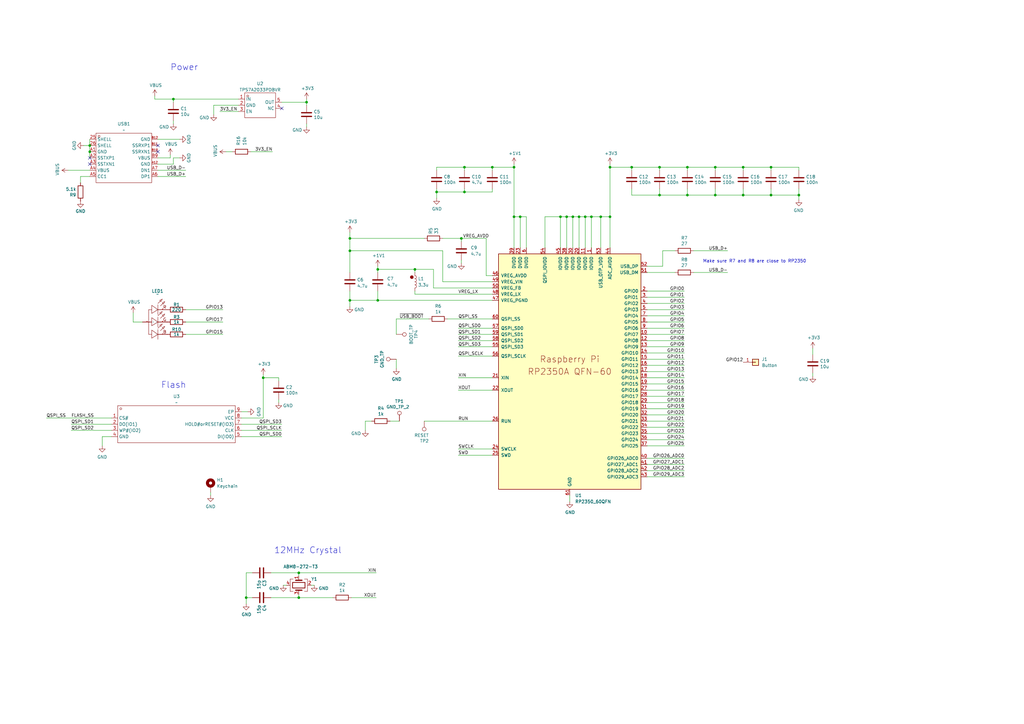
<source format=kicad_sch>
(kicad_sch (version 20250114) (generator "eeschema") (generator_version "9.0")
  (paper "A3")
  (lib_symbols
    (symbol "Components:AAA3528RBGS/08-09"
      (property "Reference" "U" (at 0 0 0))
      (symbol "AAA3528RBGS/08-09_1_0"
        (polyline (pts (xy -1.27 5.08) (xy -2.54 5.08) (xy -2.54 5.08) (xy -2.54 -5.08) (xy -2.54 -5.08) (xy -1.27 -5.08)))
        (polyline (pts (xy -1.27 3.556) (xy 1.27 5.08) (xy 1.27 5.08) (xy -1.27 6.858) (xy -1.27 6.858) (xy -1.27 3.556)))
        (polyline (pts (xy -1.27 -1.524) (xy 1.27 0) (xy 1.27 0) (xy -1.27 1.778) (xy -1.27 1.778) (xy -1.27 -1.524)))
        (polyline (pts (xy -1.27 -6.604) (xy 1.27 -5.08) (xy 1.27 -5.08) (xy -1.27 -3.302) (xy -1.27 -3.302) (xy -1.27 -6.604)))
        (polyline (pts (xy 1.27 7.62) (xy 2.286 8.636)))
        (polyline (pts (xy 1.27 7.112) (xy 1.27 3.048)))
        (polyline (pts (xy 1.27 2.54) (xy 2.286 3.556)))
        (polyline (pts (xy 1.27 2.032) (xy 1.27 -2.032)))
        (polyline (pts (xy 1.27 -2.54) (xy 2.286 -1.524)))
        (polyline (pts (xy 1.27 -3.048) (xy 1.27 -7.112)))
        (polyline (pts (xy 2.286 6.604) (xy 3.302 7.62)))
        (polyline (pts (xy 2.286 1.524) (xy 3.302 2.54)))
        (polyline (pts (xy 2.286 -3.556) (xy 3.302 -2.54)))
        (polyline (pts (xy 3.048 9.398) (xy 2.032 8.89) (xy 2.032 8.89) (xy 2.54 8.382) (xy 2.54 8.382) (xy 3.048 9.398)))
        (polyline (pts (xy 3.048 4.318) (xy 2.032 3.81) (xy 2.032 3.81) (xy 2.54 3.302) (xy 2.54 3.302) (xy 3.048 4.318)))
        (polyline (pts (xy 3.048 -0.762) (xy 2.032 -1.27) (xy 2.032 -1.27) (xy 2.54 -1.778) (xy 2.54 -1.778) (xy 3.048 -0.762)))
        (polyline (pts (xy 4.064 8.382) (xy 3.048 7.874) (xy 3.048 7.874) (xy 3.556 7.366) (xy 3.556 7.366) (xy 4.064 8.382)))
        (polyline (pts (xy 4.064 3.302) (xy 3.048 2.794) (xy 3.048 2.794) (xy 3.556 2.286) (xy 3.556 2.286) (xy 4.064 3.302)))
        (polyline (pts (xy 4.064 -1.778) (xy 3.048 -2.286) (xy 3.048 -2.286) (xy 3.556 -2.794) (xy 3.556 -2.794) (xy 4.064 -1.778)))
        (pin unspecified line (at -5.08 0 0) (length 3.81) (name "+") (number "2"))
        (pin unspecified line (at 5.08 5.08 180) (length 3.81) (name "-") (number "1"))
        (pin unspecified line (at 5.08 0 180) (length 3.81) (name "-") (number "3"))
        (pin unspecified line (at 5.08 -5.08 180) (length 3.81) (name "-") (number "4"))
      )
      (symbol "AAA3528RBGS/08-09_1_1"
        (text "R" (at 4.064 6.096 0) (effects (font (size 1.27 1.27))))
        (text "G" (at 4.064 1.016 0) (effects (font (size 1.27 1.27))))
        (text "B" (at 4.064 -4.064 0) (effects (font (size 1.27 1.27))))
      )
    )
    (symbol "Components:W25Q16JVUXIQ"
      (property "Reference" "U" (at 0 0 0))
      (symbol "W25Q16JVUXIQ_1_0"
        (rectangle (start -24.13 -6.35) (end 24.13 8.89))
        (circle (center -22.86 7.62) (radius 0.381))
        (pin unspecified line (at -26.67 3.81 0) (length 2.54) (name "CS#") (number "1"))
        (pin unspecified line (at -26.67 1.27 0) (length 2.54) (name "DO(IO1)") (number "2"))
        (pin unspecified line (at -26.67 -1.27 0) (length 2.54) (name "WP#(IO2)") (number "3"))
        (pin unspecified line (at -26.67 -3.81 0) (length 2.54) (name "GND") (number "4"))
        (pin unspecified line (at 26.67 6.35 180) (length 2.54) (name "EP") (number "9"))
        (pin unspecified line (at 26.67 3.81 180) (length 2.54) (name "VCC") (number "8"))
        (pin unspecified line (at 26.67 1.27 180) (length 2.54) (name "HOLD#orRESET#(IO3)") (number "7"))
        (pin unspecified line (at 26.67 -1.27 180) (length 2.54) (name "CLK") (number "6"))
        (pin unspecified line (at 26.67 -3.81 180) (length 2.54) (name "DI(IO0)") (number "5"))
      )
    )
    (symbol "Connector:TestPoint" (pin_numbers (hide yes)) (pin_names (offset 0.762) (hide yes))
      (property "Reference" "TP" (at 0 6.858 0))
      (property "Value" "TestPoint" (at 0 5.08 0))
      (symbol "TestPoint_0_1"
        (circle (center 0 3.302) (radius 0.762))
      )
      (symbol "TestPoint_1_1"
        (pin passive line (at 0 0 90) (length 2.54) (name "1") (number "1"))
      )
    )
    (symbol "Connector_Generic:Conn_01x01" (pin_names (offset 1.016) (hide yes))
      (property "Reference" "J" (at 0 2.54 0))
      (property "Value" "Conn_01x01" (at 0 -2.54 0))
      (symbol "Conn_01x01_1_1"
        (rectangle (start -1.27 1.27) (end 1.27 -1.27) (stroke (width 0.254)) (fill (type background)))
        (rectangle (start -1.27 0.127) (end 0 -0.127) (stroke (width 0.1524)))
        (pin passive line (at -5.08 0 0) (length 3.81) (name "Pin_1") (number "1"))
      )
    )
    (symbol "Device:C" (pin_numbers (hide yes)) (pin_names (offset 0.254))
      (property "Reference" "C" (at 0.635 2.54 0))
      (property "Value" "C" (at 0.635 -2.54 0))
      (symbol "C_0_1"
        (polyline (pts (xy -2.032 0.762) (xy 2.032 0.762)) (stroke (width 0.508)))
        (polyline (pts (xy -2.032 -0.762) (xy 2.032 -0.762)) (stroke (width 0.508)))
      )
      (symbol "C_1_1"
        (pin passive line (at 0 3.81 270) (length 2.794) (name "~") (number "1"))
        (pin passive line (at 0 -3.81 90) (length 2.794) (name "~") (number "2"))
      )
    )
    (symbol "Device:Crystal_GND24" (pin_names (offset 1.016) (hide yes))
      (property "Reference" "Y" (at 3.175 5.08 0))
      (property "Value" "Crystal_GND24" (at 3.175 3.175 0))
      (symbol "Crystal_GND24_0_1"
        (polyline (pts (xy -2.54 2.286) (xy -2.54 3.556) (xy 2.54 3.556) (xy 2.54 2.286)))
        (polyline (pts (xy -2.54 0) (xy -2.032 0)))
        (polyline (pts (xy -2.54 -2.286) (xy -2.54 -3.556) (xy 2.54 -3.556) (xy 2.54 -2.286)))
        (polyline (pts (xy -2.032 -1.27) (xy -2.032 1.27)) (stroke (width 0.508)))
        (rectangle (start -1.143 2.54) (end 1.143 -2.54) (stroke (width 0.3048)))
        (polyline (pts (xy 0 3.556) (xy 0 3.81)))
        (polyline (pts (xy 0 -3.81) (xy 0 -3.556)))
        (polyline (pts (xy 2.032 0) (xy 2.54 0)))
        (polyline (pts (xy 2.032 -1.27) (xy 2.032 1.27)) (stroke (width 0.508)))
      )
      (symbol "Crystal_GND24_1_1"
        (pin passive line (at -3.81 0 0) (length 1.27) (name "1") (number "1"))
        (pin passive line (at 0 5.08 270) (length 1.27) (name "2") (number "2"))
        (pin passive line (at 0 -5.08 90) (length 1.27) (name "4") (number "4"))
        (pin passive line (at 3.81 0 180) (length 1.27) (name "3") (number "3"))
      )
    )
    (symbol "Device:L" (pin_numbers (hide yes)) (pin_names (offset 1.016) (hide yes))
      (property "Reference" "L" (at -1.27 0 90))
      (property "Value" "L" (at 1.905 0 90))
      (symbol "L_0_1"
        (arc (start 0 2.54) (mid 0.6323 1.905) (end 0 1.27))
        (arc (start 0 1.27) (mid 0.6323 0.635) (end 0 0))
        (arc (start 0 0) (mid 0.6323 -0.635) (end 0 -1.27))
        (arc (start 0 -1.27) (mid 0.6323 -1.905) (end 0 -2.54))
      )
      (symbol "L_1_1"
        (pin passive line (at 0 3.81 270) (length 1.27) (name "1") (number "1"))
        (pin passive line (at 0 -3.81 90) (length 1.27) (name "2") (number "2"))
      )
    )
    (symbol "Device:R" (pin_numbers (hide yes)) (pin_names (offset 0))
      (property "Reference" "R" (at 2.032 0 90))
      (property "Value" "R" (at 0 0 90))
      (symbol "R_0_1"
        (rectangle (start -1.016 -2.54) (end 1.016 2.54) (stroke (width 0.254)))
      )
      (symbol "R_1_1"
        (pin passive line (at 0 3.81 270) (length 1.27) (name "~") (number "1"))
        (pin passive line (at 0 -3.81 90) (length 1.27) (name "~") (number "2"))
      )
    )
    (symbol "MCU_RaspberryPi_RP2350:RP2350_60QFN" (pin_names (offset 1.016))
      (property "Reference" "U" (at -29.21 49.53 0))
      (property "Value" "RP2350_60QFN" (at 24.13 -49.53 0))
      (symbol "RP2350_60QFN_0_0"
        (text "Raspberry Pi" (at 0 5.08 0) (effects (font (size 2.54 2.54))))
      )
      (symbol "RP2350_60QFN_0_1"
        (rectangle (start 29.21 48.26) (end -29.21 -48.26) (stroke (width 0.254)) (fill (type background)))
      )
      (symbol "RP2350_60QFN_1_0"
        (text "RP2350A QFN-60" (at 0 0 0) (effects (font (size 2.54 2.54))))
      )
      (symbol "RP2350_60QFN_1_1"
        (pin power_in line (at -31.75 39.37 0) (length 2.54) (name "VREG_AVDD") (number "46"))
        (pin power_in line (at -31.75 36.83 0) (length 2.54) (name "VREG_VIN") (number "49"))
        (pin input line (at -31.75 34.29 0) (length 2.54) (name "VREG_FB") (number "50"))
        (pin power_out line (at -31.75 31.75 0) (length 2.54) (name "VREG_LX") (number "48"))
        (pin power_in line (at -31.75 29.21 0) (length 2.54) (name "VREG_PGND") (number "47"))
        (pin bidirectional line (at -31.75 21.59 0) (length 2.54) (name "QSPI_SS") (number "60"))
        (pin bidirectional line (at -31.75 17.78 0) (length 2.54) (name "QSPI_SD0") (number "57"))
        (pin bidirectional line (at -31.75 15.24 0) (length 2.54) (name "QSPI_SD1") (number "59"))
        (pin bidirectional line (at -31.75 12.7 0) (length 2.54) (name "QSPI_SD2") (number "58"))
        (pin bidirectional line (at -31.75 10.16 0) (length 2.54) (name "QSPI_SD3") (number "55"))
        (pin output line (at -31.75 6.35 0) (length 2.54) (name "QSPI_SCLK") (number "56"))
        (pin input line (at -31.75 -2.54 0) (length 2.54) (name "XIN") (number "21"))
        (pin passive line (at -31.75 -7.62 0) (length 2.54) (name "XOUT") (number "22"))
        (pin input line (at -31.75 -20.32 0) (length 2.54) (name "RUN") (number "26"))
        (pin output line (at -31.75 -31.75 0) (length 2.54) (name "SWCLK") (number "24"))
        (pin bidirectional line (at -31.75 -34.29 0) (length 2.54) (name "SWD") (number "25"))
        (pin power_in line (at -22.86 50.8 270) (length 2.54) (name "DVDD") (number "39"))
        (pin power_in line (at -20.32 50.8 270) (length 2.54) (name "DVDD") (number "23"))
        (pin power_in line (at -17.78 50.8 270) (length 2.54) (name "DVDD") (number "6"))
        (pin power_in line (at -10.16 50.8 270) (length 2.54) (name "QSPI_IOVDD") (number "54"))
        (pin power_in line (at -3.81 50.8 270) (length 2.54) (name "IOVDD") (number "45"))
        (pin power_in line (at -1.27 50.8 270) (length 2.54) (name "IOVDD") (number "38"))
        (pin power_in line (at 0 -50.8 90) (length 2.54) (name "GND") (number "61"))
        (pin power_in line (at 1.27 50.8 270) (length 2.54) (name "IOVDD") (number "30"))
        (pin power_in line (at 3.81 50.8 270) (length 2.54) (name "IOVDD") (number "20"))
        (pin power_in line (at 6.35 50.8 270) (length 2.54) (name "IOVDD") (number "11"))
        (pin power_in line (at 8.89 50.8 270) (length 2.54) (name "IOVDD") (number "1"))
        (pin power_in line (at 12.7 50.8 270) (length 2.54) (name "USB_OTP_VDD") (number "53"))
        (pin power_in line (at 16.51 50.8 270) (length 2.54) (name "ADC_AVDD") (number "44"))
        (pin bidirectional line (at 31.75 43.18 180) (length 2.54) (name "USB_DP") (number "52"))
        (pin bidirectional line (at 31.75 40.64 180) (length 2.54) (name "USB_DM") (number "51"))
        (pin bidirectional line (at 31.75 33.02 180) (length 2.54) (name "GPIO0") (number "2"))
        (pin bidirectional line (at 31.75 30.48 180) (length 2.54) (name "GPIO1") (number "3"))
        (pin bidirectional line (at 31.75 27.94 180) (length 2.54) (name "GPIO2") (number "4"))
        (pin bidirectional line (at 31.75 25.4 180) (length 2.54) (name "GPIO3") (number "5"))
        (pin bidirectional line (at 31.75 22.86 180) (length 2.54) (name "GPIO4") (number "7"))
        (pin bidirectional line (at 31.75 20.32 180) (length 2.54) (name "GPIO5") (number "8"))
        (pin bidirectional line (at 31.75 17.78 180) (length 2.54) (name "GPIO6") (number "9"))
        (pin bidirectional line (at 31.75 15.24 180) (length 2.54) (name "GPIO7") (number "10"))
        (pin bidirectional line (at 31.75 12.7 180) (length 2.54) (name "GPIO8") (number "12"))
        (pin bidirectional line (at 31.75 10.16 180) (length 2.54) (name "GPIO9") (number "13"))
        (pin bidirectional line (at 31.75 7.62 180) (length 2.54) (name "GPIO10") (number "14"))
        (pin bidirectional line (at 31.75 5.08 180) (length 2.54) (name "GPIO11") (number "15"))
        (pin bidirectional line (at 31.75 2.54 180) (length 2.54) (name "GPIO12") (number "16"))
        (pin bidirectional line (at 31.75 0 180) (length 2.54) (name "GPIO13") (number "17"))
        (pin bidirectional line (at 31.75 -2.54 180) (length 2.54) (name "GPIO14") (number "18"))
        (pin bidirectional line (at 31.75 -5.08 180) (length 2.54) (name "GPIO15") (number "19"))
        (pin bidirectional line (at 31.75 -7.62 180) (length 2.54) (name "GPIO16") (number "27"))
        (pin bidirectional line (at 31.75 -10.16 180) (length 2.54) (name "GPIO17") (number "28"))
        (pin bidirectional line (at 31.75 -12.7 180) (length 2.54) (name "GPIO18") (number "29"))
        (pin bidirectional line (at 31.75 -15.24 180) (length 2.54) (name "GPIO19") (number "31"))
        (pin bidirectional line (at 31.75 -17.78 180) (length 2.54) (name "GPIO20") (number "32"))
        (pin bidirectional line (at 31.75 -20.32 180) (length 2.54) (name "GPIO21") (number "33"))
        (pin bidirectional line (at 31.75 -22.86 180) (length 2.54) (name "GPIO22") (number "34"))
        (pin bidirectional line (at 31.75 -25.4 180) (length 2.54) (name "GPIO23") (number "35"))
        (pin bidirectional line (at 31.75 -27.94 180) (length 2.54) (name "GPIO24") (number "36"))
        (pin bidirectional line (at 31.75 -30.48 180) (length 2.54) (name "GPIO25") (number "37"))
        (pin bidirectional line (at 31.75 -35.56 180) (length 2.54) (name "GPIO26_ADC0") (number "40"))
        (pin bidirectional line (at 31.75 -38.1 180) (length 2.54) (name "GPIO27_ADC1") (number "41"))
        (pin bidirectional line (at 31.75 -40.64 180) (length 2.54) (name "GPIO28_ADC2") (number "42"))
        (pin bidirectional line (at 31.75 -43.18 180) (length 2.54) (name "GPIO29_ADC3") (number "43"))
      )
    )
    (symbol "Mechanical:MountingHole_Pad" (pin_numbers (hide yes)) (pin_names (offset 1.016) (hide yes)) (exclude_from_sim yes) (in_bom no)
      (property "Reference" "H" (at 0 6.35 0))
      (property "Value" "MountingHole_Pad" (at 0 4.445 0))
      (symbol "MountingHole_Pad_0_1"
        (circle (center 0 1.27) (radius 1.27) (stroke (width 1.27)))
      )
      (symbol "MountingHole_Pad_1_1"
        (pin input line (at 0 -2.54 90) (length 2.54) (name "1") (number "1"))
      )
    )
    (symbol "Pico:TPS7A2033PDBVR"
      (property "Reference" "U" (at 0 0 0))
      (symbol "TPS7A2033PDBVR_1_0"
        (rectangle (start -6.35 -5.08) (end 6.35 5.08))
        (circle (center -5.08 3.81) (radius 0.381))
        (pin unspecified line (at -8.89 2.54 0) (length 2.54) (name "IN") (number "1"))
        (pin unspecified line (at -8.89 0 0) (length 2.54) (name "GND") (number "2"))
        (pin unspecified line (at -8.89 -2.54 0) (length 2.54) (name "EN") (number "3"))
        (pin unspecified line (at 8.89 1.27 180) (length 2.54) (name "OUT") (number "5"))
        (pin unspecified line (at 8.89 -1.27 180) (length 2.54) (name "NC") (number "4"))
      )
    )
    (symbol "USB-C:U261-121N-4BS2S"
      (property "Reference" "USB" (at 0 0 0))
      (symbol "U261-121N-4BS2S_1_0"
        (rectangle (start -11.43 -10.16) (end 11.43 10.16))
        (circle (center -10.16 8.89) (radius 0.381))
        (pin unspecified line (at -13.97 7.62 0) (length 2.54) (name "SHELL") (number "25"))
        (pin unspecified line (at -13.97 5.08 0) (length 2.54) (name "SHELL") (number "26"))
        (pin unspecified line (at -13.97 2.54 0) (length 2.54) (name "GND") (number "A1"))
        (pin unspecified line (at -13.97 0 0) (length 2.54) (name "SSTXP1") (number "A2"))
        (pin unspecified line (at -13.97 -2.54 0) (length 2.54) (name "SSTXN1") (number "A3"))
        (pin unspecified line (at -13.97 -5.08 0) (length 2.54) (name "VBUS") (number "A4"))
        (pin unspecified line (at -13.97 -7.62 0) (length 2.54) (name "CC1") (number "A5"))
        (pin unspecified line (at 13.97 7.62 180) (length 2.54) (name "GND") (number "B12"))
        (pin unspecified line (at 13.97 5.08 180) (length 2.54) (name "SSRXP1") (number "B11"))
        (pin unspecified line (at 13.97 2.54 180) (length 2.54) (name "SSRXN1") (number "B10"))
        (pin unspecified line (at 13.97 0 180) (length 2.54) (name "VBUS") (number "B9"))
        (pin unspecified line (at 13.97 -2.54 180) (length 2.54) (name "GND") (number "A12"))
        (pin unspecified line (at 13.97 -5.08 180) (length 2.54) (name "DN1") (number "A7"))
        (pin unspecified line (at 13.97 -7.62 180) (length 2.54) (name "DP1") (number "A6"))
      )
    )
    (symbol "power:+1V1" (power) (pin_names (offset 0))
      (property "Value" "+1V1" (at 0 3.556 0))
      (symbol "+1V1_0_1"
        (polyline (pts (xy -0.762 1.27) (xy 0 2.54)))
        (polyline (pts (xy 0 2.54) (xy 0.762 1.27)))
        (polyline (pts (xy 0 0) (xy 0 2.54)))
      )
      (symbol "+1V1_1_1"
        (pin power_in line (at 0 0 90) (length 0) (hide yes) (name "+1V1") (number "1"))
      )
    )
    (symbol "power:+3V3" (power) (pin_names (offset 0))
      (property "Value" "+3V3" (at 0 3.556 0))
      (symbol "+3V3_0_1"
        (polyline (pts (xy -0.762 1.27) (xy 0 2.54)))
        (polyline (pts (xy 0 2.54) (xy 0.762 1.27)))
        (polyline (pts (xy 0 0) (xy 0 2.54)))
      )
      (symbol "+3V3_1_1"
        (pin power_in line (at 0 0 90) (length 0) (hide yes) (name "+3V3") (number "1"))
      )
    )
    (symbol "power:GND" (power) (pin_names (offset 0))
      (property "Value" "GND" (at 0 -3.81 0))
      (symbol "GND_0_1"
        (polyline (pts (xy 0 0) (xy 0 -1.27) (xy 1.27 -1.27) (xy 0 -2.54) (xy -1.27 -1.27) (xy 0 -1.27)))
      )
      (symbol "GND_1_1"
        (pin power_in line (at 0 0 270) (length 0) (hide yes) (name "GND") (number "1"))
      )
    )
    (symbol "power:VBUS" (power) (pin_names (offset 0))
      (property "Value" "VBUS" (at 0 3.81 0))
      (symbol "VBUS_0_1"
        (polyline (pts (xy -0.762 1.27) (xy 0 2.54)))
        (polyline (pts (xy 0 2.54) (xy 0.762 1.27)))
        (polyline (pts (xy 0 0) (xy 0 2.54)))
      )
      (symbol "VBUS_1_1"
        (pin power_in line (at 0 0 90) (length 0) (hide yes) (name "VBUS") (number "1"))
      )
    )
  )
  (circle (center 168.91 113.665) (radius 0.635) (stroke (width 0) (color 132 0 0 1)) (fill (type color) (color 132 0 0 1)))
  (text "Power" (at 69.85 29.21 0) (effects (font (size 2.54 2.54)) (justify left bottom)))
  (text "Make sure R7 and R8 are close to RP2350\n" (at 288.29 107.95 0) (effects (font (size 1.27 1.27)) (justify left bottom)))
  (text "12MHz Crystal" (at 112.395 227.33 0) (effects (font (size 2.54 2.54)) (justify left bottom)))
  (text "Flash" (at 66.04 159.512 0) (effects (font (size 2.54 2.54)) (justify left bottom)))
  (junction (at 107.95 154.94))
  (junction (at 201.93 68.58))
  (junction (at 270.51 80.01))
  (junction (at 327.66 80.01))
  (junction (at 237.49 88.9))
  (junction (at 100.965 245.11))
  (junction (at 242.57 88.9))
  (junction (at 125.73 41.91))
  (junction (at 143.51 123.19))
  (junction (at 170.18 110.49))
  (junction (at 250.19 68.58))
  (junction (at 259.08 68.58))
  (junction (at 250.19 88.9))
  (junction (at 179.07 78.74))
  (junction (at 281.94 80.01))
  (junction (at 246.38 88.9))
  (junction (at 229.87 88.9))
  (junction (at 71.12 40.64))
  (junction (at 213.36 88.9))
  (junction (at 270.51 68.58))
  (junction (at 293.37 80.01))
  (junction (at 304.8 80.01))
  (junction (at 240.03 88.9))
  (junction (at 210.82 88.9))
  (junction (at 281.94 68.58))
  (junction (at 189.23 97.79))
  (junction (at 143.51 97.79))
  (junction (at 143.51 102.87))
  (junction (at 316.23 68.58))
  (junction (at 304.8 68.58))
  (junction (at 210.82 68.58))
  (junction (at 234.95 88.9))
  (junction (at 36.83 59.69))
  (junction (at 316.23 80.01))
  (junction (at 122.555 234.95))
  (junction (at 293.37 68.58))
  (junction (at 36.83 62.23))
  (junction (at 190.5 68.58))
  (junction (at 154.94 110.49))
  (junction (at 232.41 88.9))
  (junction (at 122.555 245.11))
  (junction (at 190.5 78.74))
  (junction (at 154.94 123.19))
  (no_connect (at 115.57 44.45))
  (no_connect (at 64.77 59.69))
  (no_connect (at 36.83 64.77))
  (no_connect (at 64.77 62.23))
  (no_connect (at 36.83 67.31))
  (wire (pts (xy 73.66 64.77) (xy 71.12 64.77)))
  (wire (pts (xy 240.03 88.9) (xy 242.57 88.9)))
  (wire (pts (xy 190.5 78.74) (xy 201.93 78.74)))
  (wire (pts (xy 265.43 162.56) (xy 280.67 162.56)))
  (wire (pts (xy 71.12 40.64) (xy 97.79 40.64)))
  (wire (pts (xy 100.965 234.95) (xy 100.965 245.11)))
  (wire (pts (xy 33.02 72.39) (xy 36.83 72.39)))
  (wire (pts (xy 271.78 102.87) (xy 271.78 109.22)))
  (wire (pts (xy 71.12 41.91) (xy 71.12 40.64)))
  (wire (pts (xy 187.96 139.7) (xy 201.93 139.7)))
  (wire (pts (xy 265.43 180.34) (xy 280.67 180.34)))
  (wire (pts (xy 103.505 245.11) (xy 100.965 245.11)))
  (wire (pts (xy 170.18 110.49) (xy 170.18 111.76)))
  (wire (pts (xy 76.2 137.16) (xy 91.44 137.16)))
  (wire (pts (xy 265.43 119.38) (xy 280.67 119.38)))
  (wire (pts (xy 99.06 173.99) (xy 115.57 173.99)))
  (wire (pts (xy 242.57 88.9) (xy 246.38 88.9)))
  (wire (pts (xy 233.68 203.2) (xy 233.68 205.74)))
  (wire (pts (xy 122.555 236.22) (xy 122.555 234.95)))
  (wire (pts (xy 304.8 69.85) (xy 304.8 68.58)))
  (wire (pts (xy 265.43 154.94) (xy 280.67 154.94)))
  (wire (pts (xy 63.5 40.64) (xy 71.12 40.64)))
  (wire (pts (xy 187.96 134.62) (xy 201.93 134.62)))
  (wire (pts (xy 189.23 97.79) (xy 199.39 97.79)))
  (wire (pts (xy 265.43 109.22) (xy 271.78 109.22)))
  (wire (pts (xy 190.5 69.85) (xy 190.5 68.58)))
  (wire (pts (xy 154.94 110.49) (xy 170.18 110.49)))
  (wire (pts (xy 284.48 102.87) (xy 298.45 102.87)))
  (wire (pts (xy 187.96 142.24) (xy 201.93 142.24)))
  (wire (pts (xy 181.61 97.79) (xy 189.23 97.79)))
  (wire (pts (xy 143.51 119.38) (xy 143.51 123.19)))
  (wire (pts (xy 327.66 69.85) (xy 327.66 68.58)))
  (wire (pts (xy 213.36 88.9) (xy 210.82 88.9)))
  (wire (pts (xy 246.38 101.6) (xy 246.38 88.9)))
  (wire (pts (xy 232.41 88.9) (xy 234.95 88.9)))
  (wire (pts (xy 229.87 101.6) (xy 229.87 88.9)))
  (wire (pts (xy 187.96 186.69) (xy 201.93 186.69)))
  (wire (pts (xy 92.71 62.23) (xy 95.25 62.23)))
  (wire (pts (xy 293.37 80.01) (xy 281.94 80.01)))
  (wire (pts (xy 69.85 64.77) (xy 64.77 64.77)))
  (wire (pts (xy 265.43 152.4) (xy 280.67 152.4)))
  (wire (pts (xy 99.06 168.91) (xy 101.6 168.91)))
  (wire (pts (xy 162.56 147.32) (xy 162.56 151.13)))
  (wire (pts (xy 187.96 184.15) (xy 201.93 184.15)))
  (wire (pts (xy 36.83 62.23) (xy 36.83 64.77)))
  (wire (pts (xy 327.66 80.01) (xy 327.66 81.915)))
  (wire (pts (xy 316.23 77.47) (xy 316.23 80.01)))
  (wire (pts (xy 210.82 88.9) (xy 210.82 101.6)))
  (wire (pts (xy 127.635 240.03) (xy 128.905 240.03)))
  (wire (pts (xy 265.43 182.88) (xy 280.67 182.88)))
  (wire (pts (xy 143.51 102.87) (xy 143.51 111.76)))
  (wire (pts (xy 87.63 46.99) (xy 87.63 43.18)))
  (wire (pts (xy 152.4 172.72) (xy 149.86 172.72)))
  (wire (pts (xy 114.3 156.21) (xy 114.3 154.94)))
  (wire (pts (xy 265.43 147.32) (xy 280.67 147.32)))
  (wire (pts (xy 125.73 43.18) (xy 125.73 41.91)))
  (wire (pts (xy 327.66 77.47) (xy 327.66 80.01)))
  (wire (pts (xy 265.43 195.58) (xy 280.67 195.58)))
  (wire (pts (xy 111.125 234.95) (xy 122.555 234.95)))
  (wire (pts (xy 223.52 101.6) (xy 223.52 88.9)))
  (wire (pts (xy 162.56 137.16) (xy 162.56 130.81)))
  (wire (pts (xy 179.07 78.74) (xy 179.07 81.28)))
  (wire (pts (xy 143.51 97.79) (xy 173.99 97.79)))
  (wire (pts (xy 270.51 80.01) (xy 259.08 80.01)))
  (wire (pts (xy 316.23 69.85) (xy 316.23 68.58)))
  (wire (pts (xy 293.37 69.85) (xy 293.37 68.58)))
  (wire (pts (xy 265.43 193.04) (xy 280.67 193.04)))
  (wire (pts (xy 213.36 101.6) (xy 213.36 88.9)))
  (wire (pts (xy 265.43 139.7) (xy 280.67 139.7)))
  (wire (pts (xy 45.72 173.99) (xy 29.21 173.99)))
  (wire (pts (xy 304.8 68.58) (xy 316.23 68.58)))
  (wire (pts (xy 284.48 111.76) (xy 298.45 111.76)))
  (wire (pts (xy 187.96 137.16) (xy 201.93 137.16)))
  (wire (pts (xy 250.19 88.9) (xy 250.19 101.6)))
  (wire (pts (xy 229.87 88.9) (xy 232.41 88.9)))
  (wire (pts (xy 154.94 119.38) (xy 154.94 123.19)))
  (wire (pts (xy 210.82 68.58) (xy 210.82 88.9)))
  (wire (pts (xy 36.83 57.15) (xy 36.83 59.69)))
  (wire (pts (xy 54.61 132.08) (xy 54.61 128.27)))
  (wire (pts (xy 187.96 154.94) (xy 201.93 154.94)))
  (wire (pts (xy 99.06 179.07) (xy 115.57 179.07)))
  (wire (pts (xy 143.51 123.19) (xy 154.94 123.19)))
  (wire (pts (xy 125.73 50.8) (xy 125.73 52.07)))
  (wire (pts (xy 316.23 68.58) (xy 327.66 68.58)))
  (wire (pts (xy 265.43 144.78) (xy 280.67 144.78)))
  (wire (pts (xy 201.93 160.02) (xy 187.96 160.02)))
  (wire (pts (xy 90.17 45.72) (xy 97.79 45.72)))
  (wire (pts (xy 265.43 124.46) (xy 280.67 124.46)))
  (wire (pts (xy 265.43 121.92) (xy 280.67 121.92)))
  (wire (pts (xy 33.02 74.93) (xy 33.02 72.39)))
  (wire (pts (xy 179.07 78.74) (xy 190.5 78.74)))
  (wire (pts (xy 270.51 68.58) (xy 281.94 68.58)))
  (wire (pts (xy 281.94 69.85) (xy 281.94 68.58)))
  (wire (pts (xy 154.94 123.19) (xy 201.93 123.19)))
  (wire (pts (xy 242.57 88.9) (xy 242.57 101.6)))
  (wire (pts (xy 115.57 41.91) (xy 125.73 41.91)))
  (wire (pts (xy 63.5 39.37) (xy 63.5 40.64)))
  (wire (pts (xy 210.82 67.31) (xy 210.82 68.58)))
  (wire (pts (xy 316.23 80.01) (xy 327.66 80.01)))
  (wire (pts (xy 181.61 102.87) (xy 181.61 115.57)))
  (wire (pts (xy 71.12 64.77) (xy 71.12 67.31)))
  (wire (pts (xy 265.43 190.5) (xy 280.67 190.5)))
  (wire (pts (xy 154.94 111.76) (xy 154.94 110.49)))
  (wire (pts (xy 179.07 69.85) (xy 179.07 68.58)))
  (wire (pts (xy 76.2 127) (xy 91.44 127)))
  (wire (pts (xy 71.12 67.31) (xy 64.77 67.31)))
  (wire (pts (xy 122.555 234.95) (xy 154.305 234.95)))
  (wire (pts (xy 190.5 68.58) (xy 201.93 68.58)))
  (wire (pts (xy 271.78 102.87) (xy 276.86 102.87)))
  (wire (pts (xy 293.37 77.47) (xy 293.37 80.01)))
  (wire (pts (xy 265.43 111.76) (xy 276.86 111.76)))
  (wire (pts (xy 181.61 115.57) (xy 201.93 115.57)))
  (wire (pts (xy 215.9 88.9) (xy 215.9 101.6)))
  (wire (pts (xy 201.93 130.81) (xy 183.515 130.81)))
  (wire (pts (xy 265.43 137.16) (xy 280.67 137.16)))
  (wire (pts (xy 213.36 88.9) (xy 215.9 88.9)))
  (wire (pts (xy 143.51 102.87) (xy 181.61 102.87)))
  (wire (pts (xy 265.43 172.72) (xy 280.67 172.72)))
  (wire (pts (xy 69.85 63.5) (xy 69.85 64.77)))
  (wire (pts (xy 19.05 171.45) (xy 45.72 171.45)))
  (wire (pts (xy 87.63 43.18) (xy 97.79 43.18)))
  (wire (pts (xy 316.23 80.01) (xy 304.8 80.01)))
  (wire (pts (xy 265.43 170.18) (xy 280.67 170.18)))
  (wire (pts (xy 173.99 172.72) (xy 201.93 172.72)))
  (wire (pts (xy 199.39 97.79) (xy 199.39 113.03)))
  (wire (pts (xy 265.43 129.54) (xy 280.67 129.54)))
  (wire (pts (xy 223.52 88.9) (xy 229.87 88.9)))
  (wire (pts (xy 201.93 78.74) (xy 201.93 77.47)))
  (wire (pts (xy 270.51 77.47) (xy 270.51 80.01)))
  (wire (pts (xy 333.375 142.875) (xy 333.375 145.415)))
  (wire (pts (xy 144.145 245.11) (xy 154.305 245.11)))
  (wire (pts (xy 27.94 69.85) (xy 36.83 69.85)))
  (wire (pts (xy 265.43 187.96) (xy 280.67 187.96)))
  (wire (pts (xy 100.965 245.11) (xy 100.965 247.65)))
  (wire (pts (xy 265.43 134.62) (xy 280.67 134.62)))
  (wire (pts (xy 293.37 68.58) (xy 304.8 68.58)))
  (wire (pts (xy 122.555 243.84) (xy 122.555 245.11)))
  (wire (pts (xy 122.555 245.11) (xy 136.525 245.11)))
  (wire (pts (xy 199.39 113.03) (xy 201.93 113.03)))
  (wire (pts (xy 107.95 171.45) (xy 99.06 171.45)))
  (wire (pts (xy 76.2 132.08) (xy 91.44 132.08)))
  (wire (pts (xy 246.38 88.9) (xy 250.19 88.9)))
  (wire (pts (xy 41.91 182.88) (xy 41.91 179.07)))
  (wire (pts (xy 86.36 201.93) (xy 86.36 203.2)))
  (wire (pts (xy 201.93 118.11) (xy 177.8 118.11)))
  (wire (pts (xy 265.43 177.8) (xy 280.67 177.8)))
  (wire (pts (xy 270.51 69.85) (xy 270.51 68.58)))
  (wire (pts (xy 250.19 68.58) (xy 259.08 68.58)))
  (wire (pts (xy 64.77 57.15) (xy 73.66 57.15)))
  (wire (pts (xy 143.51 97.79) (xy 143.51 102.87)))
  (wire (pts (xy 143.51 95.25) (xy 143.51 97.79)))
  (wire (pts (xy 162.56 130.81) (xy 175.895 130.81)))
  (wire (pts (xy 237.49 88.9) (xy 240.03 88.9)))
  (wire (pts (xy 36.83 59.69) (xy 36.83 62.23)))
  (wire (pts (xy 265.43 175.26) (xy 280.67 175.26)))
  (wire (pts (xy 265.43 149.86) (xy 280.67 149.86)))
  (wire (pts (xy 179.07 68.58) (xy 190.5 68.58)))
  (wire (pts (xy 201.93 69.85) (xy 201.93 68.58)))
  (wire (pts (xy 259.08 68.58) (xy 270.51 68.58)))
  (wire (pts (xy 170.18 120.65) (xy 201.93 120.65)))
  (wire (pts (xy 58.42 132.08) (xy 54.61 132.08)))
  (wire (pts (xy 149.86 172.72) (xy 149.86 176.53)))
  (wire (pts (xy 201.93 146.05) (xy 187.96 146.05)))
  (wire (pts (xy 114.3 163.83) (xy 114.3 165.1)))
  (wire (pts (xy 189.23 107.95) (xy 189.23 106.68)))
  (wire (pts (xy 234.95 88.9) (xy 237.49 88.9)))
  (wire (pts (xy 281.94 77.47) (xy 281.94 80.01)))
  (wire (pts (xy 304.8 80.01) (xy 293.37 80.01)))
  (wire (pts (xy 116.205 240.03) (xy 117.475 240.03)))
  (wire (pts (xy 240.03 101.6) (xy 240.03 88.9)))
  (wire (pts (xy 64.77 69.85) (xy 76.2 69.85)))
  (wire (pts (xy 265.43 167.64) (xy 280.67 167.64)))
  (wire (pts (xy 45.72 176.53) (xy 29.21 176.53)))
  (wire (pts (xy 71.12 49.53) (xy 71.12 50.8)))
  (wire (pts (xy 259.08 77.47) (xy 259.08 80.01)))
  (wire (pts (xy 201.93 68.58) (xy 210.82 68.58)))
  (wire (pts (xy 265.43 127) (xy 280.67 127)))
  (wire (pts (xy 265.43 165.1) (xy 280.67 165.1)))
  (wire (pts (xy 64.77 72.39) (xy 76.2 72.39)))
  (wire (pts (xy 34.29 59.69) (xy 36.83 59.69)))
  (wire (pts (xy 281.94 68.58) (xy 293.37 68.58)))
  (wire (pts (xy 177.8 118.11) (xy 177.8 110.49)))
  (wire (pts (xy 41.91 179.07) (xy 45.72 179.07)))
  (wire (pts (xy 265.43 157.48) (xy 280.67 157.48)))
  (wire (pts (xy 259.08 69.85) (xy 259.08 68.58)))
  (wire (pts (xy 250.19 68.58) (xy 250.19 88.9)))
  (wire (pts (xy 333.375 153.035) (xy 333.375 154.305)))
  (wire (pts (xy 237.49 101.6) (xy 237.49 88.9)))
  (wire (pts (xy 107.95 154.94) (xy 107.95 171.45)))
  (wire (pts (xy 265.43 132.08) (xy 280.67 132.08)))
  (wire (pts (xy 177.8 110.49) (xy 170.18 110.49)))
  (wire (pts (xy 111.76 62.23) (xy 102.87 62.23)))
  (wire (pts (xy 179.07 77.47) (xy 179.07 78.74)))
  (wire (pts (xy 114.3 154.94) (xy 107.95 154.94)))
  (wire (pts (xy 107.95 153.67) (xy 107.95 154.94)))
  (wire (pts (xy 170.18 120.65) (xy 170.18 119.38)))
  (wire (pts (xy 111.125 245.11) (xy 122.555 245.11)))
  (wire (pts (xy 281.94 80.01) (xy 270.51 80.01)))
  (wire (pts (xy 190.5 77.47) (xy 190.5 78.74)))
  (wire (pts (xy 115.57 176.53) (xy 99.06 176.53)))
  (wire (pts (xy 143.51 123.19) (xy 143.51 125.73)))
  (wire (pts (xy 154.94 109.22) (xy 154.94 110.49)))
  (wire (pts (xy 160.02 172.72) (xy 163.83 172.72)))
  (wire (pts (xy 304.8 77.47) (xy 304.8 80.01)))
  (wire (pts (xy 103.505 234.95) (xy 100.965 234.95)))
  (wire (pts (xy 125.73 41.91) (xy 125.73 40.64)))
  (wire (pts (xy 265.43 142.24) (xy 280.67 142.24)))
  (wire (pts (xy 189.23 97.79) (xy 189.23 99.06)))
  (wire (pts (xy 265.43 160.02) (xy 280.67 160.02)))
  (wire (pts (xy 250.19 67.31) (xy 250.19 68.58)))
  (wire (pts (xy 234.95 101.6) (xy 234.95 88.9)))
  (wire (pts (xy 232.41 101.6) (xy 232.41 88.9)))
  (label "GPIO3" (at 280.67 127 180))
  (label "GPIO2" (at 280.67 124.46 180))
  (label "QSPI_SD3" (at 115.57 173.99 180))
  (label "GPIO6" (at 280.67 134.62 180))
  (label "GPIO18" (at 280.67 165.1 180))
  (label "GPIO21" (at 280.67 172.72 180))
  (label "GPIO20" (at 280.67 170.18 180))
  (label "QSPI_SCLK" (at 115.57 176.53 180))
  (label "QSPI_SD2" (at 187.96 139.7 0))
  (label "USB_D-" (at 76.2 69.85 180))
  (label "3V3_EN" (at 111.76 62.23 180))
  (label "3V3_EN" (at 90.17 45.72 0))
  (label "USB_D+" (at 76.2 72.39 180))
  (label "GPIO27_ADC1" (at 280.67 190.5 180))
  (label "GPIO14" (at 280.67 154.94 180))
  (label "GPIO25" (at 280.67 182.88 180))
  (label "GPIO22" (at 280.67 175.26 180))
  (label "GPIO26_ADC0" (at 280.67 187.96 180))
  (label "QSPI_SD0" (at 187.96 134.62 0))
  (label "GPIO13" (at 280.67 152.4 180))
  (label "GPIO17" (at 280.67 162.56 180))
  (label "GPIO10" (at 280.67 144.78 180))
  (label "QSPI_SCLK" (at 187.96 146.05 0))
  (label "GPIO29_ADC3" (at 280.67 195.58 180))
  (label "~{USB_BOOT}" (at 163.83 130.81 0))
  (label "GPIO9" (at 280.67 142.24 180))
  (label "SWD" (at 187.96 186.69 0))
  (label "GPIO23" (at 280.67 177.8 180))
  (label "GPIO19" (at 280.67 167.64 180))
  (label "XOUT" (at 187.96 160.02 0))
  (label "GPIO24" (at 280.67 180.34 180))
  (label "XIN" (at 187.96 154.94 0))
  (label "GPIO5" (at 280.67 132.08 180))
  (label "GPIO8" (at 280.67 139.7 180))
  (label "QSPI_SS" (at 19.05 171.45 0))
  (label "GPIO15" (at 91.44 137.16 180))
  (label "USB_D-" (at 298.45 111.76 180))
  (label "VREG_LX" (at 187.96 120.65 0))
  (label "GPIO0" (at 280.67 119.38 180))
  (label "GPIO4" (at 280.67 129.54 180))
  (label "GPIO12" (at 304.8 148.59 180))
  (label "GPIO17" (at 91.44 132.08 180))
  (label "SWCLK" (at 187.96 184.15 0))
  (label "FLASH_SS" (at 29.21 171.45 0))
  (label "GPIO15" (at 280.67 157.48 180))
  (label "QSPI_SD0" (at 115.57 179.07 180))
  (label "RUN" (at 187.96 172.72 0))
  (label "GPIO11" (at 280.67 147.32 180))
  (label "QSPI_SD1" (at 187.96 137.16 0))
  (label "GPIO7" (at 280.67 137.16 180))
  (label "GPIO16" (at 280.67 160.02 180))
  (label "GPIO1" (at 280.67 121.92 180))
  (label "QSPI_SD3" (at 187.96 142.24 0))
  (label "USB_D+" (at 298.45 102.87 180))
  (label "QSPI_SS" (at 187.96 130.81 0))
  (label "GPIO12" (at 280.67 149.86 180))
  (label "XOUT" (at 154.305 245.11 180))
  (label "GPIO28_ADC2" (at 280.67 193.04 180))
  (label "GPIO13" (at 91.44 127 180))
  (label "QSPI_SD1" (at 29.21 173.99 0))
  (label "XIN" (at 154.305 234.95 180))
  (label "VREG_AVDD" (at 189.865 97.79 0))
  (label "QSPI_SD2" (at 29.21 176.53 0))
  (symbol (lib_id "power:GND") (at 41.91 182.88 0) (unit 1)
    (property "Reference" "#PWR05" (effects (hide yes)))
    (property "Value" "GND" (at 41.91 187.452 0))
  )
  (symbol (lib_id "power:GND") (at 233.68 205.74 0) (unit 1)
    (property "Reference" "#PWR021" (effects (hide yes)))
    (property "Value" "GND" (at 233.807 210.1342 0))
  )
  (symbol (lib_id "Device:R") (at 280.67 102.87 270) (unit 1)
    (property "Reference" "R7" (at 280.67 97.6122 90))
    (property "Value" "27" (at 280.67 99.9236 90))
    (property "Footprint" "Resistor_SMD:R_0402_1005Metric" (effects (hide yes)))
  )
  (symbol (lib_id "Device:R") (at 280.67 111.76 270) (unit 1)
    (property "Reference" "R8" (at 280.67 106.5022 90))
    (property "Value" "27" (at 280.67 108.8136 90))
    (property "Footprint" "Resistor_SMD:R_0402_1005Metric" (effects (hide yes)))
  )
  (symbol (lib_id "power:+3V3") (at 250.19 67.31 0) (unit 1)
    (property "Reference" "#PWR022" (effects (hide yes)))
    (property "Value" "+3V3" (at 250.571 62.9158 0))
  )
  (symbol (lib_id "Device:C") (at 259.08 73.66 0) (unit 1)
    (property "Reference" "C12" (at 262.001 72.4916 0) (effects (justify left)))
    (property "Value" "100n" (at 262.001 74.803 0) (effects (justify left)))
    (property "Footprint" "Capacitor_SMD:C_0402_1005Metric" (effects (hide yes)))
  )
  (symbol (lib_id "Device:C") (at 270.51 73.66 0) (unit 1)
    (property "Reference" "C13" (at 273.431 72.4916 0) (effects (justify left)))
    (property "Value" "100n" (at 273.431 74.803 0) (effects (justify left)))
    (property "Footprint" "Capacitor_SMD:C_0402_1005Metric" (effects (hide yes)))
  )
  (symbol (lib_id "Device:C") (at 281.94 73.66 0) (unit 1)
    (property "Reference" "C14" (at 284.861 72.4916 0) (effects (justify left)))
    (property "Value" "100n" (at 284.861 74.803 0) (effects (justify left)))
    (property "Footprint" "Capacitor_SMD:C_0402_1005Metric" (effects (hide yes)))
  )
  (symbol (lib_id "Device:C") (at 293.37 73.66 0) (unit 1)
    (property "Reference" "C15" (at 296.291 72.4916 0) (effects (justify left)))
    (property "Value" "100n" (at 296.291 74.803 0) (effects (justify left)))
    (property "Footprint" "Capacitor_SMD:C_0402_1005Metric" (effects (hide yes)))
  )
  (symbol (lib_id "Device:C") (at 304.8 73.66 0) (unit 1)
    (property "Reference" "C16" (at 307.721 72.4916 0) (effects (justify left)))
    (property "Value" "100n" (at 307.721 74.803 0) (effects (justify left)))
    (property "Footprint" "Capacitor_SMD:C_0402_1005Metric" (effects (hide yes)))
  )
  (symbol (lib_id "Device:C") (at 316.23 73.66 0) (unit 1)
    (property "Reference" "C17" (at 319.151 72.4916 0) (effects (justify left)))
    (property "Value" "100n" (at 319.151 74.803 0) (effects (justify left)))
    (property "Footprint" "Capacitor_SMD:C_0402_1005Metric" (effects (hide yes)))
  )
  (symbol (lib_id "power:VBUS") (at 63.5 39.37 0) (unit 1)
    (property "Reference" "#PWR02" (effects (hide yes)))
    (property "Value" "VBUS" (at 63.881 34.9758 0))
  )
  (symbol (lib_id "power:+3V3") (at 125.73 40.64 0) (unit 1)
    (property "Reference" "#PWR010" (effects (hide yes)))
    (property "Value" "+3V3" (at 126.111 36.2458 0))
  )
  (symbol (lib_id "Device:C") (at 71.12 45.72 0) (unit 1)
    (property "Reference" "C1" (at 74.041 44.5516 0) (effects (justify left)))
    (property "Value" "10u" (at 74.041 46.863 0) (effects (justify left)))
    (property "Footprint" "Capacitor_SMD:C_0805_2012Metric" (effects (hide yes)))
  )
  (symbol (lib_id "Device:C") (at 125.73 46.99 0) (unit 1)
    (property "Reference" "C5" (at 128.651 45.8216 0) (effects (justify left)))
    (property "Value" "10u" (at 128.651 48.133 0) (effects (justify left)))
    (property "Footprint" "Capacitor_SMD:C_0805_2012Metric" (effects (hide yes)))
  )
  (symbol (lib_id "power:GND") (at 71.12 50.8 0) (unit 1)
    (property "Reference" "#PWR03" (effects (hide yes)))
    (property "Value" "GND" (at 67.31 52.07 0))
  )
  (symbol (lib_id "power:GND") (at 125.73 52.07 0) (unit 1)
    (property "Reference" "#PWR011" (effects (hide yes)))
    (property "Value" "GND" (at 121.92 53.34 0))
  )
  (symbol (lib_id "power:+3V3") (at 333.375 142.875 0) (unit 1)
    (property "Reference" "#PWR027" (effects (hide yes)))
    (property "Value" "+3V3" (at 333.756 138.4808 0))
  )
  (symbol (lib_id "Device:C") (at 333.375 149.225 0) (unit 1)
    (property "Reference" "C19" (at 336.296 148.0566 0) (effects (justify left)))
    (property "Value" "10u" (at 336.296 150.368 0) (effects (justify left)))
    (property "Footprint" "Capacitor_SMD:C_0805_2012Metric" (effects (hide yes)))
  )
  (symbol (lib_id "power:GND") (at 333.375 154.305 0) (unit 1)
    (property "Reference" "#PWR028" (effects (hide yes)))
    (property "Value" "GND" (at 329.565 155.575 0))
  )
  (symbol (lib_id "power:+3V3") (at 143.51 95.25 0) (unit 1)
    (property "Reference" "#PWR013" (effects (hide yes)))
    (property "Value" "+3V3" (at 143.891 90.8558 0))
  )
  (symbol (lib_id "power:GND") (at 34.29 59.69 270) (unit 1)
    (property "Reference" "#PWR031" (effects (hide yes)))
    (property "Value" "GND" (at 30.48 59.69 0))
  )
  (symbol (lib_id "Device:C") (at 201.93 73.66 0) (unit 1)
    (property "Reference" "C11" (at 204.851 72.4916 0) (effects (justify left)))
    (property "Value" "100n" (at 204.851 74.803 0) (effects (justify left)))
    (property "Footprint" "Capacitor_SMD:C_0402_1005Metric" (effects (hide yes)))
  )
  (symbol (lib_id "power:GND") (at 101.6 168.91 90) (unit 1)
    (property "Reference" "#PWR034" (effects (hide yes)))
    (property "Value" "GND" (at 106.172 168.91 0))
  )
  (symbol (lib_id "Device:R") (at 156.21 172.72 270) (unit 1)
    (property "Reference" "R4" (at 156.21 167.4622 90))
    (property "Value" "1k" (at 156.21 169.7736 90))
    (property "Footprint" "Resistor_SMD:R_0402_1005Metric" (effects (hide yes)))
  )
  (symbol (lib_id "power:GND") (at 162.56 151.13 0) (unit 1)
    (property "Reference" "#PWR017" (effects (hide yes)))
    (property "Value" "GND" (at 162.687 155.5242 0))
  )
  (symbol (lib_id "power:GND") (at 73.66 64.77 90) (unit 1)
    (property "Reference" "#PWR029" (effects (hide yes)))
    (property "Value" "GND" (at 77.47 64.77 0))
  )
  (symbol (lib_id "power:GND") (at 189.23 107.95 0) (unit 1)
    (property "Reference" "#PWR019" (effects (hide yes)))
    (property "Value" "GND" (at 185.42 109.22 0))
  )
  (symbol (lib_id "power:+3V3") (at 107.95 153.67 0) (unit 1)
    (property "Reference" "#PWR032" (effects (hide yes)))
    (property "Value" "+3V3" (at 108.331 149.2758 0))
  )
  (symbol (lib_id "MCU_RaspberryPi_RP2350:RP2350_60QFN") (at 233.68 152.4 0) (unit 1)
    (property "Reference" "U1" (at 235.8741 203.2 0) (effects (justify left)))
    (property "Value" "RP2350_60QFN" (at 235.8741 205.74 0) (effects (justify left)))
    (property "Footprint" "RP2350_60QFN_minimal:RP2350-QFN-60-1EP_7x7_P0.4mm_EP3.4x3.4mm_ThermalVias" (effects (hide yes)))
  )
  (symbol (lib_id "Device:C") (at 327.66 73.66 0) (unit 1)
    (property "Reference" "C18" (at 330.581 72.4916 0) (effects (justify left)))
    (property "Value" "100n" (at 330.581 74.803 0) (effects (justify left)))
    (property "Footprint" "Capacitor_SMD:C_0402_1005Metric" (effects (hide yes)))
  )
  (symbol (lib_id "Connector:TestPoint") (at 163.83 172.72 0) (unit 1)
    (property "Reference" "TP1" (at 165.608 164.592 0) (effects (justify right)))
    (property "Value" "GND_TP_2" (at 167.894 166.878 0) (effects (justify right)))
    (property "Footprint" "TestPoint:TestPoint_Pad_D1.0mm" (effects (hide yes)))
    (property "Description" "test point" (effects (hide yes)))
  )
  (symbol (lib_id "power:GND") (at 87.63 46.99 0) (unit 1)
    (property "Reference" "#PWR035" (effects (hide yes)))
    (property "Value" "GND" (at 83.82 48.26 0))
  )
  (symbol (lib_id "power:GND") (at 100.965 247.65 0) (unit 1)
    (property "Reference" "#PWR07" (effects (hide yes)))
    (property "Value" "GND" (at 101.092 252.0442 0))
  )
  (symbol (lib_id "Device:R") (at 72.39 132.08 90) (unit 1)
    (property "Reference" "R3" (at 72.39 130.048 90))
    (property "Value" "1k" (at 72.39 132.08 90))
    (property "Footprint" "Resistor_SMD:R_0402_1005Metric" (effects (hide yes)))
    (property "Description" "Resistor" (effects (hide yes)))
  )
  (symbol (lib_id "Device:R") (at 179.705 130.81 270) (unit 1)
    (property "Reference" "R6" (at 179.705 125.5522 90))
    (property "Value" "1k" (at 179.705 127.8636 90))
    (property "Footprint" "Resistor_SMD:R_0402_1005Metric" (effects (hide yes)))
  )
  (symbol (lib_id "Connector:TestPoint") (at 162.56 137.16 270) (unit 1)
    (property "Reference" "TP4" (at 170.688 138.938 0) (effects (justify right)))
    (property "Value" "BOOT_TP" (at 168.656 137.16 0))
    (property "Footprint" "TestPoint:TestPoint_Pad_D1.0mm" (effects (hide yes)))
    (property "Description" "test point" (effects (hide yes)))
  )
  (symbol (lib_id "Device:R") (at 177.8 97.79 90) (unit 1)
    (property "Reference" "R5" (at 176.6316 96.012 0) (effects (justify left)))
    (property "Value" "33" (at 178.943 96.012 0) (effects (justify left)))
    (property "Footprint" "Resistor_SMD:R_0402_1005Metric" (effects (hide yes)))
  )
  (symbol (lib_id "Device:C") (at 143.51 115.57 0) (unit 1)
    (property "Reference" "C6" (at 146.431 114.7353 0) (effects (justify left)))
    (property "Value" "4.7u" (at 146.431 117.2722 0) (effects (justify left)))
    (property "Footprint" "RP2350_60QFN_minimal:C_0402_1005Metric_small_pads" (effects (hide yes)))
  )
  (symbol (lib_id "Connector:TestPoint") (at 162.56 147.32 90) (unit 1)
    (property "Reference" "TP3" (at 154.432 145.542 0) (effects (justify right)))
    (property "Value" "GND_TP" (at 156.718 147.32 0))
    (property "Footprint" "TestPoint:TestPoint_Pad_D1.0mm" (effects (hide yes)))
    (property "Description" "test point" (effects (hide yes)))
  )
  (symbol (lib_id "Components:W25Q16JVUXIQ") (at 72.39 175.26 0) (unit 1)
    (property "Reference" "U3" (at 72.39 162.56 0))
    (property "Value" "~" (at 72.39 165.1 0))
    (property "Footprint" "Components:USON-8_L3.0-W2.0-P0.50-BL-EP" (effects (hide yes)))
    (property "Datasheet" "https://atta.szlcsc.com/upload/public/pdf/source/20210629/C2843335_FB4D78B5076715625DC0C83F790D3044.pdf" (effects (hide yes)))
    (property "Manufacturer Part" "W25Q16JVUXIQ" (effects (hide yes)))
    (property "Manufacturer" "WINBOND(华邦)" (effects (hide yes)))
    (property "Supplier Part" "C2843335" (effects (hide yes)))
    (property "Supplier" "LCSC" (effects (hide yes)))
    (property "LCSC Part Name" "W25Q16JVUXIQ" (effects (hide yes)))
  )
  (symbol (lib_id "power:GND") (at 128.905 240.03 0) (unit 1)
    (property "Reference" "#PWR012" (effects (hide yes)))
    (property "Value" "GND" (at 132.715 241.3 0))
  )
  (symbol (lib_id "power:GND") (at 179.07 81.28 0) (unit 1)
    (property "Reference" "#PWR018" (effects (hide yes)))
    (property "Value" "GND" (at 179.197 85.6742 0))
  )
  (symbol (lib_id "power:GND") (at 33.02 82.55 0) (unit 1)
    (property "Reference" "#PWR024" (effects (hide yes)))
    (property "Value" "GND" (at 33.02 86.614 0))
  )
  (symbol (lib_id "Device:C") (at 107.315 245.11 270) (unit 1)
    (property "Reference" "C4" (at 108.4834 248.031 0) (effects (justify left)))
    (property "Value" "15p" (at 106.172 248.031 0) (effects (justify left)))
    (property "Footprint" "Capacitor_SMD:C_0402_1005Metric" (effects (hide yes)))
  )
  (symbol (lib_id "Device:C") (at 154.94 115.57 0) (unit 1)
    (property "Reference" "C7" (at 158.75 114.3 0) (effects (justify left)))
    (property "Value" "4.7u" (at 158.75 116.84 0) (effects (justify left)))
    (property "Footprint" "RP2350_60QFN_minimal:C_0402_1005Metric_small_pads" (effects (hide yes)))
  )
  (symbol (lib_id "power:GND") (at 114.3 165.1 0) (unit 1)
    (property "Reference" "#PWR033" (effects (hide yes)))
    (property "Value" "GND" (at 118.11 166.37 0))
  )
  (symbol (lib_id "Device:C") (at 189.23 102.87 0) (unit 1)
    (property "Reference" "C9" (at 193.04 101.6 0) (effects (justify left)))
    (property "Value" "4.7u" (at 193.04 104.14 0) (effects (justify left)))
    (property "Footprint" "Capacitor_SMD:C_0402_1005Metric" (effects (hide yes)))
  )
  (symbol (lib_id "USB-C:U261-121N-4BS2S") (at 50.8 64.77 0) (unit 1)
    (property "Reference" "USB1" (at 50.8 50.8 0))
    (property "Value" "~" (at 50.8 53.34 0))
    (property "Footprint" "USB-C:USB-C-SMD_U261-121N-4BS2S" (effects (hide yes)))
    (property "Datasheet" "https://atta.szlcsc.com/upload/public/pdf/source/20230717/E21107E9DFF35184454CF0943FCE0581.pdf" (effects (hide yes)))
    (property "Description" "Connector Type:Type-C Standard:- Gender:Male Mounting Style:- Number of Contacts:12P Number of Ports:1 Current Rating - Power (Max):5A Contact Material:Copper alloy Contact Plating:Gold Operating Temperature Range:-55°C~+85°C Operating Temperature Range:-55" (effects (hide yes)))
    (property "Manufacturer Part" "U261-121N-4BS2S" (effects (hide yes)))
    (property "Manufacturer" "XKB Connection(中国星坤)" (effects (hide yes)))
    (property "Supplier Part" "C2879827" (effects (hide yes)))
    (property "Supplier" "LCSC" (effects (hide yes)))
    (property "LCSC Part Name" "Type-C 公" (effects (hide yes)))
  )
  (symbol (lib_id "power:GND") (at 86.36 203.2 0) (unit 1)
    (property "Reference" "#PWR08" (effects (hide yes)))
    (property "Value" "GND" (at 86.36 207.772 0))
  )
  (symbol (lib_id "Device:R") (at 72.39 127 90) (unit 1)
    (property "Reference" "R1" (at 72.39 124.968 90))
    (property "Value" "220" (at 72.39 127 90))
    (property "Footprint" "Resistor_SMD:R_0402_1005Metric" (effects (hide yes)))
    (property "Description" "Resistor" (effects (hide yes)))
  )
  (symbol (lib_id "Device:C") (at 114.3 160.02 0) (unit 1)
    (property "Reference" "C2" (at 117.221 158.8516 0) (effects (justify left)))
    (property "Value" "100n" (at 117.221 161.163 0) (effects (justify left)))
    (property "Footprint" "Capacitor_SMD:C_0402_1005Metric" (effects (hide yes)))
  )
  (symbol (lib_id "power:+1V1") (at 210.82 67.31 0) (unit 1)
    (property "Reference" "#PWR020" (effects (hide yes)))
    (property "Value" "+1V1" (at 211.201 62.9158 0))
  )
  (symbol (lib_id "Device:R") (at 140.335 245.11 270) (unit 1)
    (property "Reference" "R2" (at 140.335 239.8522 90))
    (property "Value" "1k" (at 140.335 242.1636 90))
    (property "Footprint" "Resistor_SMD:R_0402_1005Metric" (effects (hide yes)))
  )
  (symbol (lib_id "Device:R") (at 99.06 62.23 90) (unit 1)
    (property "Reference" "R16" (at 97.7899 59.69 0) (effects (justify left)))
    (property "Value" "10k" (at 100.3299 59.69 0) (effects (justify left)))
    (property "Footprint" "Resistor_SMD:R_0402_1005Metric" (effects (hide yes)))
    (property "Description" "Resistor" (effects (hide yes)))
  )
  (symbol (lib_id "Pico:TPS7A2033PDBVR") (at 106.68 43.18 0) (unit 1)
    (property "Reference" "U2" (at 106.68 34.29 0))
    (property "Value" "TPS7A2033PDBVR" (at 106.68 36.83 0))
    (property "Footprint" "Components:SOT-23-5_L2.9-W1.6-P0.95-LS2.8-BR" (effects (hide yes)))
    (property "Datasheet" "https://www.ti.com/cn/lit/gpn/tps7a20" (effects (hide yes)))
    (property "Description" "Output Type:Fixed Maximum Input Voltage:6V Output Voltage:3.3V Output Voltage:3.3V Output Current:300mA Dropout Voltage:140mV@(300mA) standby current:15uA Feature:防静电保护；Soft Start；浪涌保护；低ESR；Thermal Protection(TSD)；欠压闭锁；Overcurrent Protection(OCP)；带使能；防倒灌" (effects (hide yes)))
    (property "Manufacturer Part" "TPS7A2033PDBVR" (effects (hide yes)))
    (property "Manufacturer" "TI(德州仪器)" (effects (hide yes)))
    (property "Supplier Part" "C2862740" (effects (hide yes)))
    (property "Supplier" "LCSC" (effects (hide yes)))
    (property "LCSC Part Name" "具有高 PSRR 的 300mA、超低噪声、低 IQ、低压降 (LDO) 线性稳压器" (effects (hide yes)))
  )
  (symbol (lib_id "Connector:TestPoint") (at 173.99 172.72 180) (unit 1)
    (property "Reference" "TP2" (at 172.212 180.848 0) (effects (justify right)))
    (property "Value" "RESET" (at 169.926 178.562 0) (effects (justify right)))
    (property "Footprint" "TestPoint:TestPoint_Pad_D1.0mm" (effects (hide yes)))
    (property "Description" "test point" (effects (hide yes)))
  )
  (symbol (lib_id "Device:C") (at 179.07 73.66 0) (unit 1)
    (property "Reference" "C8" (at 181.991 72.4916 0) (effects (justify left)))
    (property "Value" "100n" (at 181.991 74.803 0) (effects (justify left)))
    (property "Footprint" "Capacitor_SMD:C_0402_1005Metric" (effects (hide yes)))
  )
  (symbol (lib_id "power:VBUS") (at 92.71 62.23 90) (unit 1)
    (property "Reference" "#PWR04" (effects (hide yes)))
    (property "Value" "VBUS" (at 88.3158 61.849 0))
  )
  (symbol (lib_id "Device:C") (at 190.5 73.66 0) (unit 1)
    (property "Reference" "C10" (at 193.421 72.4916 0) (effects (justify left)))
    (property "Value" "4.7u" (at 193.421 74.803 0) (effects (justify left)))
    (property "Footprint" "Capacitor_SMD:C_0402_1005Metric" (effects (hide yes)))
  )
  (symbol (lib_id "Connector_Generic:Conn_01x01") (at 309.88 148.59 0) (unit 1)
    (property "Reference" "J1" (at 312.42 147.3199 0) (effects (justify left)))
    (property "Value" "Button" (at 312.42 149.8599 0) (effects (justify left)))
    (property "Footprint" "Components:Button" (effects (hide yes)))
    (property "Description" "Generic connector, single row, 01x01, script generated (kicad-library-utils/schlib/autogen/connector/)" (effects (hide yes)))
  )
  (symbol (lib_id "power:GND") (at 116.205 240.03 0) (unit 1)
    (property "Reference" "#PWR09" (effects (hide yes)))
    (property "Value" "GND" (at 112.395 241.3 0))
  )
  (symbol (lib_id "Device:R") (at 72.39 137.16 90) (unit 1)
    (property "Reference" "R10" (at 72.39 135.128 90))
    (property "Value" "1k" (at 72.39 137.16 90))
    (property "Footprint" "Resistor_SMD:R_0402_1005Metric" (effects (hide yes)))
    (property "Description" "Resistor" (effects (hide yes)))
  )
  (symbol (lib_id "Components:AAA3528RBGS/08-09") (at 63.5 132.08 0) (unit 1)
    (property "Reference" "LED1" (at 64.6351 119.38 0))
    (property "Value" "~" (at 64.6351 120.65 0))
    (property "Footprint" "Components:LED-SMD_4P-L3.2-W2.8_XZMDKCBDDG45S-9" (effects (hide yes)))
    (property "Datasheet" "https://atta.szlcsc.com/upload/public/pdf/source/231023/AAA3528RBGS-08-09-ca23d7a0af744b2ad3a20b303c83f614.pdf" (effects (hide yes)))
    (property "Description" "Diode Configuration:Common Anode Viewing Angle:120° Lens Color:Colorless transparent lens" (effects (hide yes)))
    (property "Manufacturer Part" "AAA3528RBGS/08-09" (effects (hide yes)))
    (property "Manufacturer" "Kingbright" (effects (hide yes)))
    (property "Supplier Part" "C6851380" (effects (hide yes)))
    (property "Supplier" "LCSC" (effects (hide yes)))
    (property "LCSC Part Name" "AAA3528RBGS/08-09" (effects (hide yes)))
  )
  (symbol (lib_id "power:GND") (at 327.66 81.915 0) (mirror y) (unit 1)
    (property "Reference" "#PWR023" (effects (hide yes)))
    (property "Value" "GND" (at 327.533 86.3092 0))
  )
  (symbol (lib_id "Device:L") (at 170.18 115.57 0) (unit 1)
    (property "Reference" "L1" (at 171.45 114.3 0) (effects (justify left)))
    (property "Value" "3.3u" (at 171.45 116.84 0) (effects (justify left)))
    (property "Footprint" "RP2350_60QFN_minimal:L_pol_2016" (effects (hide yes)))
  )
  (symbol (lib_id "Device:Crystal_GND24") (at 122.555 240.03 270) (unit 1)
    (property "Reference" "Y1" (at 127.635 237.49 90) (effects (justify left)))
    (property "Value" "ABM8-272-T3" (at 116.205 232.41 90) (effects (justify left)))
    (property "Footprint" "Crystal:Crystal_SMD_3225-4Pin_3.2x2.5mm" (effects (hide yes)))
  )
  (symbol (lib_id "power:VBUS") (at 69.85 63.5 0) (unit 1)
    (property "Reference" "#PWR026" (effects (hide yes)))
    (property "Value" "VBUS" (at 70.231 59.1058 0))
  )
  (symbol (lib_id "power:VBUS") (at 27.94 69.85 90) (unit 1)
    (property "Reference" "#PWR030" (effects (hide yes)))
    (property "Value" "VBUS" (at 23.5458 69.469 0))
  )
  (symbol (lib_id "power:VBUS") (at 54.61 128.27 0) (unit 1)
    (property "Reference" "#PWR06" (effects (hide yes)))
    (property "Value" "VBUS" (at 54.991 123.8758 0))
  )
  (symbol (lib_id "power:GND") (at 149.86 176.53 0) (unit 1)
    (property "Reference" "#PWR015" (effects (hide yes)))
    (property "Value" "GND" (at 146.05 177.8 0))
  )
  (symbol (lib_id "Device:R") (at 33.02 78.74 180) (unit 1)
    (property "Reference" "R9" (at 31.242 79.9084 0) (effects (justify left)))
    (property "Value" "5.1k" (at 31.242 77.597 0) (effects (justify left)))
    (property "Footprint" "Resistor_SMD:R_0402_1005Metric" (effects (hide yes)))
  )
  (symbol (lib_id "Mechanical:MountingHole_Pad") (at 86.36 199.39 0) (unit 1) (exclude_from_sim yes) (in_bom no)
    (property "Reference" "H1" (at 88.9 196.8499 0) (effects (justify left)))
    (property "Value" "Keychain" (at 88.9 199.3899 0) (effects (justify left)))
    (property "Footprint" "Components:Keychain" (effects (hide yes)))
    (property "Description" "Mounting Hole with connection" (effects (hide yes)))
  )
  (symbol (lib_id "power:GND") (at 143.51 125.73 0) (mirror y) (unit 1)
    (property "Reference" "#PWR014" (effects (hide yes)))
    (property "Value" "GND" (at 147.32 127 0))
  )
  (symbol (lib_id "Device:C") (at 107.315 234.95 270) (unit 1)
    (property "Reference" "C3" (at 108.4834 237.871 0) (effects (justify left)))
    (property "Value" "15p" (at 106.172 237.871 0) (effects (justify left)))
    (property "Footprint" "Capacitor_SMD:C_0402_1005Metric" (effects (hide yes)))
  )
  (symbol (lib_id "power:GND") (at 73.66 57.15 90) (unit 1)
    (property "Reference" "#PWR025" (effects (hide yes)))
    (property "Value" "GND" (at 77.47 57.15 0))
  )
  (symbol (lib_id "power:+1V1") (at 154.94 109.22 0) (unit 1)
    (property "Reference" "#PWR016" (effects (hide yes)))
    (property "Value" "+1V1" (at 155.321 104.8258 0))
  )
)
</source>
